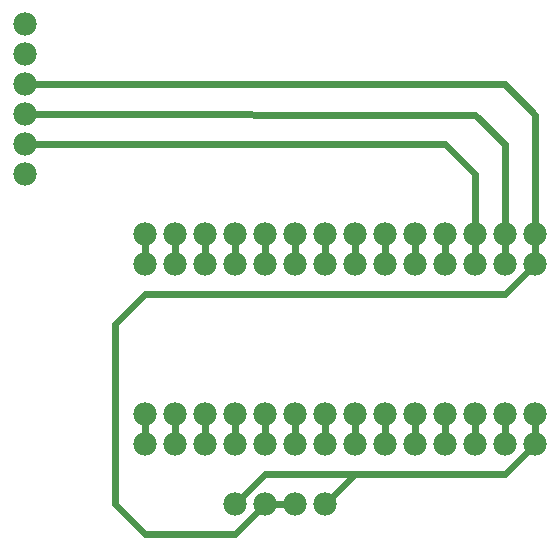
<source format=gbl>
G04 MADE WITH FRITZING*
G04 WWW.FRITZING.ORG*
G04 DOUBLE SIDED*
G04 HOLES PLATED*
G04 CONTOUR ON CENTER OF CONTOUR VECTOR*
%ASAXBY*%
%FSLAX23Y23*%
%MOIN*%
%OFA0B0*%
%SFA1.0B1.0*%
%ADD10C,0.078000*%
%ADD11C,0.024000*%
%LNCOPPER0*%
G90*
G70*
G54D10*
X1779Y438D03*
X1679Y438D03*
X1579Y438D03*
X1479Y438D03*
X1379Y438D03*
X1279Y438D03*
X1179Y438D03*
X1079Y438D03*
X979Y438D03*
X879Y438D03*
X779Y438D03*
X679Y438D03*
X579Y438D03*
X479Y438D03*
X1779Y438D03*
X1679Y438D03*
X1579Y438D03*
X1479Y438D03*
X1379Y438D03*
X1279Y438D03*
X1179Y438D03*
X1079Y438D03*
X979Y438D03*
X879Y438D03*
X779Y438D03*
X679Y438D03*
X579Y438D03*
X479Y438D03*
X1779Y338D03*
X1679Y338D03*
X1579Y338D03*
X1479Y338D03*
X1379Y338D03*
X1279Y338D03*
X1179Y338D03*
X1079Y338D03*
X979Y338D03*
X879Y338D03*
X779Y338D03*
X679Y338D03*
X579Y338D03*
X479Y338D03*
X1779Y338D03*
X1679Y338D03*
X1579Y338D03*
X1479Y338D03*
X1379Y338D03*
X1279Y338D03*
X1179Y338D03*
X1079Y338D03*
X979Y338D03*
X879Y338D03*
X779Y338D03*
X679Y338D03*
X579Y338D03*
X479Y338D03*
X1779Y938D03*
X1679Y938D03*
X1579Y938D03*
X1479Y938D03*
X1379Y938D03*
X1279Y938D03*
X1179Y938D03*
X1079Y938D03*
X979Y938D03*
X879Y938D03*
X779Y938D03*
X679Y938D03*
X579Y938D03*
X479Y938D03*
X1779Y938D03*
X1679Y938D03*
X1579Y938D03*
X1479Y938D03*
X1379Y938D03*
X1279Y938D03*
X1179Y938D03*
X1079Y938D03*
X979Y938D03*
X879Y938D03*
X779Y938D03*
X679Y938D03*
X579Y938D03*
X479Y938D03*
X1779Y1038D03*
X1679Y1038D03*
X1579Y1038D03*
X1479Y1038D03*
X1379Y1038D03*
X1279Y1038D03*
X1179Y1038D03*
X1079Y1038D03*
X979Y1038D03*
X879Y1038D03*
X779Y1038D03*
X679Y1038D03*
X579Y1038D03*
X479Y1038D03*
X1779Y1038D03*
X1679Y1038D03*
X1579Y1038D03*
X1479Y1038D03*
X1379Y1038D03*
X1279Y1038D03*
X1179Y1038D03*
X1079Y1038D03*
X979Y1038D03*
X879Y1038D03*
X779Y1038D03*
X679Y1038D03*
X579Y1038D03*
X479Y1038D03*
X1079Y138D03*
X979Y138D03*
X879Y138D03*
X779Y138D03*
X1079Y138D03*
X979Y138D03*
X879Y138D03*
X779Y138D03*
X79Y1738D03*
X79Y1638D03*
X79Y1538D03*
X79Y1438D03*
X79Y1338D03*
X79Y1238D03*
X79Y1738D03*
X79Y1638D03*
X79Y1538D03*
X79Y1438D03*
X79Y1338D03*
X79Y1238D03*
G54D11*
X1779Y368D02*
X1779Y408D01*
D02*
X1679Y368D02*
X1679Y408D01*
D02*
X1579Y368D02*
X1579Y408D01*
D02*
X1479Y368D02*
X1479Y408D01*
D02*
X1379Y368D02*
X1379Y408D01*
D02*
X1279Y368D02*
X1279Y408D01*
D02*
X1179Y368D02*
X1179Y408D01*
D02*
X1079Y368D02*
X1079Y408D01*
D02*
X979Y368D02*
X979Y408D01*
D02*
X879Y368D02*
X879Y408D01*
D02*
X779Y368D02*
X779Y408D01*
D02*
X679Y368D02*
X679Y408D01*
D02*
X579Y368D02*
X579Y408D01*
D02*
X479Y368D02*
X479Y408D01*
D02*
X1779Y968D02*
X1779Y1008D01*
D02*
X1679Y968D02*
X1679Y1008D01*
D02*
X1579Y968D02*
X1579Y1008D01*
D02*
X1479Y968D02*
X1479Y1008D01*
D02*
X1379Y968D02*
X1379Y1008D01*
D02*
X1279Y968D02*
X1279Y1008D01*
D02*
X1179Y968D02*
X1179Y1008D01*
D02*
X1079Y968D02*
X1079Y1008D01*
D02*
X979Y968D02*
X979Y1008D01*
D02*
X879Y968D02*
X879Y1008D01*
D02*
X779Y968D02*
X779Y1008D01*
D02*
X679Y968D02*
X679Y1008D01*
D02*
X579Y968D02*
X579Y1008D01*
D02*
X479Y968D02*
X479Y1008D01*
D02*
X1680Y1539D02*
X109Y1538D01*
D02*
X1779Y1437D02*
X1680Y1539D01*
D02*
X1779Y1068D02*
X1779Y1437D01*
D02*
X1578Y1437D02*
X109Y1438D01*
D02*
X1680Y1338D02*
X1578Y1437D01*
D02*
X1679Y1068D02*
X1680Y1338D01*
D02*
X1479Y1338D02*
X109Y1338D01*
D02*
X1578Y1239D02*
X1479Y1338D01*
D02*
X1578Y1068D02*
X1578Y1239D01*
D02*
X1180Y238D02*
X1100Y160D01*
D02*
X1680Y238D02*
X1180Y238D01*
D02*
X1757Y317D02*
X1680Y238D01*
D02*
X909Y138D02*
X948Y138D01*
D02*
X778Y38D02*
X857Y117D01*
D02*
X478Y38D02*
X778Y38D01*
D02*
X380Y140D02*
X478Y38D01*
D02*
X380Y739D02*
X380Y140D01*
D02*
X478Y838D02*
X380Y739D01*
D02*
X1680Y838D02*
X478Y838D01*
D02*
X1757Y917D02*
X1680Y838D01*
D02*
X1680Y238D02*
X880Y238D01*
D02*
X880Y238D02*
X800Y160D01*
D02*
X1757Y317D02*
X1680Y238D01*
G04 End of Copper0*
M02*
</source>
